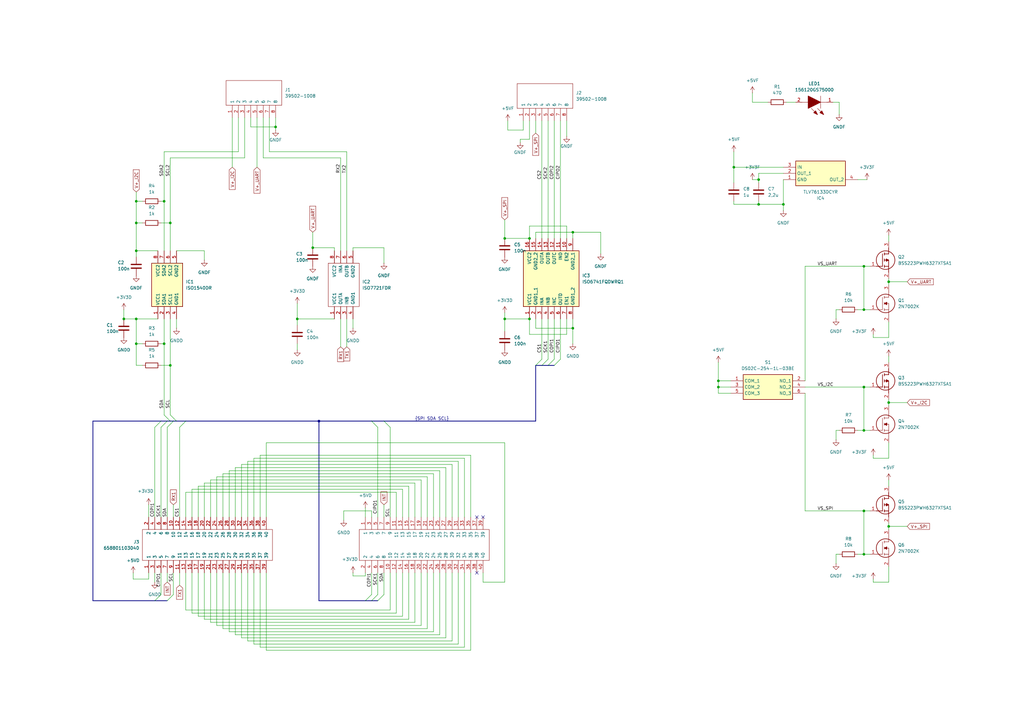
<source format=kicad_sch>
(kicad_sch (version 20250114) (generator "eeschema") (generator_version "9.0")
  (paper "A3")
  (title_block (title "CAN Tram Busmodul") (date "2025-07-24"))
  (bus_alias "SPI" (members "COPI1" "CIPO1" "SCK1" "CS1"))
  (junction (at 354.33 209.55))
  (junction (at 207.01 130.81))
  (junction (at 354.33 176.53))
  (junction (at 121.92 130.81))
  (junction (at 294.64 156.21))
  (junction (at 55.88 82.55))
  (junction (at 234.95 95.25))
  (junction (at 55.88 130.81))
  (junction (at 294.64 158.75))
  (junction (at 67.31 82.55))
  (junction (at 55.88 102.87))
  (junction (at 354.33 127))
  (junction (at 311.15 73.66))
  (junction (at 55.88 91.44))
  (junction (at 321.31 83.82))
  (junction (at 55.88 140.97))
  (junction (at 311.15 83.82))
  (junction (at 130.81 172.72))
  (junction (at 217.17 97.79))
  (junction (at 354.33 158.75))
  (junction (at 113.03 52.07))
  (junction (at 234.95 134.62))
  (junction (at 300.99 68.58))
  (junction (at 69.85 91.44))
  (junction (at 50.8 130.81))
  (junction (at 354.33 109.22))
  (junction (at 364.49 165.1))
  (junction (at 354.33 227.33))
  (junction (at 364.49 215.9))
  (junction (at 67.31 140.97))
  (junction (at 128.27 101.6))
  (junction (at 364.49 115.57))
  (junction (at 207.01 97.79))
  (junction (at 69.85 149.86))
  (junction (at 217.17 130.81))
  (no_connect (at 195.58 212.09))
  (no_connect (at 195.58 234.95))
  (no_connect (at 198.12 212.09))
  (bus_entry (at 222.25 147.32) (size -2.54 2.54))
  (bus_entry (at 227.33 147.32) (size -2.54 2.54))
  (bus_entry (at 69.85 170.18) (size 2.54 2.54))
  (bus_entry (at 73.66 175.26) (size 2.54 -2.54))
  (bus_entry (at 152.4 172.72) (size 2.54 2.54))
  (bus_entry (at 67.31 170.18) (size 2.54 2.54))
  (bus_entry (at 229.87 147.32) (size -2.54 2.54))
  (bus_entry (at 71.12 243.84) (size -2.54 2.54))
  (bus_entry (at 224.79 147.32) (size -2.54 2.54))
  (bus_entry (at 154.94 246.38) (size 2.54 -2.54))
  (bus_entry (at 157.48 172.72) (size 2.54 2.54))
  (bus_entry (at 68.58 175.26) (size 2.54 -2.54))
  (bus_entry (at 66.04 243.84) (size -2.54 2.54))
  (bus_entry (at 63.5 175.26) (size 2.54 -2.54))
  (bus_entry (at 149.86 246.38) (size 2.54 -2.54))
  (bus_entry (at 152.4 246.38) (size 2.54 -2.54))
  (bus_entry (at 66.04 175.26) (size 2.54 -2.54))
  (wire (pts (xy 364.49 215.9) (xy 372.11 215.9)))
  (bus (pts (xy 219.71 149.86) (xy 219.71 172.72)))
  (wire (pts (xy 198.12 238.76) (xy 198.12 234.95)))
  (wire (pts (xy 81.28 199.39) (xy 167.64 199.39)))
  (bus (pts (xy 227.33 149.86) (xy 224.79 149.86)))
  (wire (pts (xy 121.92 124.46) (xy 121.92 130.81)))
  (wire (pts (xy 229.87 130.81) (xy 229.87 147.32)))
  (wire (pts (xy 342.9 180.34) (xy 342.9 176.53)))
  (wire (pts (xy 99.06 234.95) (xy 99.06 261.62)))
  (wire (pts (xy 342.9 130.81) (xy 342.9 127)))
  (wire (pts (xy 99.06 190.5) (xy 185.42 190.5)))
  (wire (pts (xy 86.36 212.09) (xy 86.36 196.85)))
  (wire (pts (xy 219.71 49.53) (xy 219.71 54.61)))
  (wire (pts (xy 88.9 234.95) (xy 88.9 256.54)))
  (wire (pts (xy 55.88 82.55) (xy 55.88 91.44)))
  (wire (pts (xy 300.99 62.23) (xy 300.99 68.58)))
  (wire (pts (xy 67.31 130.81) (xy 67.31 140.97)))
  (wire (pts (xy 121.92 130.81) (xy 121.92 133.35)))
  (wire (pts (xy 96.52 234.95) (xy 96.52 260.35)))
  (wire (pts (xy 113.03 52.07) (xy 113.03 53.34)))
  (wire (pts (xy 86.36 196.85) (xy 172.72 196.85)))
  (wire (pts (xy 354.33 209.55) (xy 354.33 227.33)))
  (wire (pts (xy 308.61 38.1) (xy 308.61 41.91)))
  (wire (pts (xy 342.9 227.33) (xy 344.17 227.33)))
  (wire (pts (xy 71.12 207.01) (xy 71.12 212.09)))
  (wire (pts (xy 330.2 209.55) (xy 354.33 209.55)))
  (wire (pts (xy 217.17 57.15) (xy 217.17 49.53)))
  (wire (pts (xy 341.63 41.91) (xy 344.17 41.91)))
  (wire (pts (xy 55.88 82.55) (xy 58.42 82.55)))
  (wire (pts (xy 121.92 140.97) (xy 121.92 143.51)))
  (wire (pts (xy 104.14 212.09) (xy 104.14 187.96)))
  (wire (pts (xy 144.78 234.95) (xy 144.78 236.22)))
  (wire (pts (xy 73.66 175.26) (xy 73.66 212.09)))
  (wire (pts (xy 207.01 128.27) (xy 207.01 130.81)))
  (wire (pts (xy 113.03 52.07) (xy 113.03 48.26)))
  (wire (pts (xy 190.5 187.96) (xy 190.5 212.09)))
  (wire (pts (xy 167.64 234.95) (xy 167.64 254)))
  (wire (pts (xy 66.04 234.95) (xy 66.04 243.84)))
  (wire (pts (xy 139.7 64.77) (xy 107.95 64.77)))
  (wire (pts (xy 86.36 255.27) (xy 170.18 255.27)))
  (wire (pts (xy 364.49 165.1) (xy 364.49 166.37)))
  (wire (pts (xy 76.2 250.19) (xy 160.02 250.19)))
  (wire (pts (xy 364.49 115.57) (xy 364.49 116.84)))
  (wire (pts (xy 354.33 227.33) (xy 356.87 227.33)))
  (wire (pts (xy 101.6 189.23) (xy 187.96 189.23)))
  (wire (pts (xy 78.74 251.46) (xy 162.56 251.46)))
  (wire (pts (xy 165.1 200.66) (xy 165.1 212.09)))
  (wire (pts (xy 144.78 101.6) (xy 157.48 101.6)))
  (wire (pts (xy 91.44 257.81) (xy 175.26 257.81)))
  (wire (pts (xy 172.72 196.85) (xy 172.72 212.09)))
  (wire (pts (xy 55.88 140.97) (xy 55.88 149.86)))
  (wire (pts (xy 69.85 64.77) (xy 100.33 64.77)))
  (wire (pts (xy 86.36 234.95) (xy 86.36 255.27)))
  (wire (pts (xy 55.88 140.97) (xy 58.42 140.97)))
  (wire (pts (xy 330.2 109.22) (xy 354.33 109.22)))
  (wire (pts (xy 229.87 49.53) (xy 229.87 97.79)))
  (wire (pts (xy 104.14 264.16) (xy 187.96 264.16)))
  (wire (pts (xy 66.04 82.55) (xy 67.31 82.55)))
  (wire (pts (xy 182.88 191.77) (xy 182.88 212.09)))
  (wire (pts (xy 154.94 234.95) (xy 154.94 243.84)))
  (wire (pts (xy 180.34 260.35) (xy 180.34 234.95)))
  (wire (pts (xy 227.33 130.81) (xy 227.33 147.32)))
  (wire (pts (xy 207.01 97.79) (xy 217.17 97.79)))
  (wire (pts (xy 180.34 193.04) (xy 180.34 212.09)))
  (wire (pts (xy 364.49 214.63) (xy 364.49 215.9)))
  (wire (pts (xy 207.01 181.61) (xy 207.01 238.76)))
  (wire (pts (xy 91.44 234.95) (xy 91.44 257.81)))
  (wire (pts (xy 219.71 95.25) (xy 234.95 95.25)))
  (wire (pts (xy 358.14 238.76) (xy 364.49 238.76)))
  (wire (pts (xy 177.8 194.31) (xy 177.8 212.09)))
  (wire (pts (xy 149.86 208.28) (xy 149.86 212.09)))
  (wire (pts (xy 152.4 234.95) (xy 152.4 243.84)))
  (wire (pts (xy 93.98 259.08) (xy 177.8 259.08)))
  (wire (pts (xy 294.64 156.21) (xy 294.64 158.75)))
  (bus (pts (xy 72.39 172.72) (xy 76.2 172.72)))
  (wire (pts (xy 330.2 161.29) (xy 330.2 209.55)))
  (wire (pts (xy 234.95 95.25) (xy 234.95 97.79)))
  (wire (pts (xy 64.77 102.87) (xy 55.88 102.87)))
  (wire (pts (xy 109.22 181.61) (xy 207.01 181.61)))
  (wire (pts (xy 356.87 209.55) (xy 354.33 209.55)))
  (wire (pts (xy 182.88 261.62) (xy 182.88 234.95)))
  (bus (pts (xy 130.81 172.72) (xy 130.81 246.38)))
  (wire (pts (xy 96.52 191.77) (xy 182.88 191.77)))
  (wire (pts (xy 128.27 95.25) (xy 128.27 101.6)))
  (wire (pts (xy 139.7 102.87) (xy 139.7 64.77)))
  (wire (pts (xy 351.79 73.66) (xy 355.6 73.66)))
  (wire (pts (xy 60.96 207.01) (xy 60.96 212.09)))
  (wire (pts (xy 170.18 198.12) (xy 170.18 212.09)))
  (wire (pts (xy 219.71 97.79) (xy 219.71 95.25)))
  (wire (pts (xy 109.22 266.7) (xy 193.04 266.7)))
  (wire (pts (xy 102.87 52.07) (xy 113.03 52.07)))
  (wire (pts (xy 83.82 254) (xy 167.64 254)))
  (wire (pts (xy 60.96 237.49) (xy 54.61 237.49)))
  (wire (pts (xy 207.01 130.81) (xy 217.17 130.81)))
  (wire (pts (xy 354.33 158.75) (xy 354.33 176.53)))
  (wire (pts (xy 217.17 137.16) (xy 217.17 130.81)))
  (bus (pts (xy 76.2 172.72) (xy 130.81 172.72)))
  (wire (pts (xy 222.25 49.53) (xy 222.25 97.79)))
  (wire (pts (xy 232.41 49.53) (xy 232.41 55.88)))
  (wire (pts (xy 55.88 78.74) (xy 55.88 82.55)))
  (wire (pts (xy 190.5 265.43) (xy 190.5 234.95)))
  (wire (pts (xy 300.99 82.55) (xy 300.99 83.82)))
  (wire (pts (xy 354.33 109.22) (xy 354.33 127)))
  (wire (pts (xy 193.04 186.69) (xy 193.04 212.09)))
  (wire (pts (xy 73.66 234.95) (xy 73.66 240.03)))
  (wire (pts (xy 246.38 104.14) (xy 246.38 95.25)))
  (wire (pts (xy 170.18 234.95) (xy 170.18 255.27)))
  (wire (pts (xy 187.96 264.16) (xy 187.96 234.95)))
  (wire (pts (xy 311.15 73.66) (xy 311.15 74.93)))
  (wire (pts (xy 67.31 82.55) (xy 67.31 102.87)))
  (wire (pts (xy 213.36 57.15) (xy 213.36 58.42)))
  (wire (pts (xy 364.49 115.57) (xy 372.11 115.57)))
  (wire (pts (xy 71.12 234.95) (xy 71.12 243.84)))
  (wire (pts (xy 364.49 187.96) (xy 364.49 181.61)))
  (wire (pts (xy 160.02 250.19) (xy 160.02 234.95)))
  (wire (pts (xy 364.49 146.05) (xy 364.49 148.59)))
  (bus (pts (xy 130.81 172.72) (xy 152.4 172.72)))
  (wire (pts (xy 67.31 62.23) (xy 67.31 82.55)))
  (wire (pts (xy 214.63 53.34) (xy 214.63 49.53)))
  (wire (pts (xy 139.7 130.81) (xy 139.7 142.24)))
  (wire (pts (xy 219.71 130.81) (xy 219.71 134.62)))
  (wire (pts (xy 72.39 130.81) (xy 72.39 134.62)))
  (bus (pts (xy 38.1 172.72) (xy 66.04 172.72)))
  (wire (pts (xy 356.87 158.75) (xy 354.33 158.75)))
  (wire (pts (xy 107.95 64.77) (xy 107.95 48.26)))
  (wire (pts (xy 224.79 49.53) (xy 224.79 97.79)))
  (wire (pts (xy 232.41 92.71) (xy 217.17 92.71)))
  (wire (pts (xy 88.9 195.58) (xy 175.26 195.58)))
  (wire (pts (xy 330.2 158.75) (xy 354.33 158.75)))
  (wire (pts (xy 294.64 158.75) (xy 299.72 158.75)))
  (wire (pts (xy 140.97 209.55) (xy 152.4 209.55)))
  (wire (pts (xy 72.39 102.87) (xy 83.82 102.87)))
  (wire (pts (xy 142.24 130.81) (xy 142.24 142.24)))
  (wire (pts (xy 232.41 137.16) (xy 217.17 137.16)))
  (wire (pts (xy 207.01 90.17) (xy 207.01 97.79)))
  (wire (pts (xy 246.38 95.25) (xy 234.95 95.25)))
  (wire (pts (xy 100.33 64.77) (xy 100.33 48.26)))
  (wire (pts (xy 55.88 91.44) (xy 58.42 91.44)))
  (wire (pts (xy 66.04 175.26) (xy 66.04 212.09)))
  (wire (pts (xy 101.6 262.89) (xy 185.42 262.89)))
  (wire (pts (xy 330.2 156.21) (xy 330.2 109.22)))
  (wire (pts (xy 165.1 234.95) (xy 165.1 252.73)))
  (wire (pts (xy 232.41 97.79) (xy 232.41 92.71)))
  (wire (pts (xy 88.9 256.54) (xy 172.72 256.54)))
  (wire (pts (xy 356.87 109.22) (xy 354.33 109.22)))
  (wire (pts (xy 81.28 252.73) (xy 165.1 252.73)))
  (wire (pts (xy 144.78 130.81) (xy 144.78 134.62)))
  (wire (pts (xy 63.5 234.95) (xy 63.5 238.76)))
  (wire (pts (xy 149.86 236.22) (xy 149.86 234.95)))
  (wire (pts (xy 342.9 176.53) (xy 344.17 176.53)))
  (wire (pts (xy 83.82 212.09) (xy 83.82 198.12)))
  (wire (pts (xy 104.14 234.95) (xy 104.14 264.16)))
  (wire (pts (xy 311.15 82.55) (xy 311.15 83.82)))
  (wire (pts (xy 144.78 102.87) (xy 144.78 101.6)))
  (wire (pts (xy 364.49 238.76) (xy 364.49 232.41)))
  (wire (pts (xy 99.06 261.62) (xy 182.88 261.62)))
  (wire (pts (xy 208.28 49.53) (xy 208.28 53.34)))
  (wire (pts (xy 91.44 194.31) (xy 177.8 194.31)))
  (wire (pts (xy 142.24 62.23) (xy 110.49 62.23)))
  (wire (pts (xy 81.28 212.09) (xy 81.28 199.39)))
  (wire (pts (xy 207.01 238.76) (xy 198.12 238.76)))
  (wire (pts (xy 101.6 234.95) (xy 101.6 262.89)))
  (wire (pts (xy 162.56 251.46) (xy 162.56 234.95)))
  (wire (pts (xy 364.49 215.9) (xy 364.49 217.17)))
  (wire (pts (xy 300.99 68.58) (xy 300.99 74.93)))
  (wire (pts (xy 351.79 127) (xy 354.33 127)))
  (wire (pts (xy 60.96 234.95) (xy 60.96 237.49)))
  (bus (pts (xy 224.79 149.86) (xy 222.25 149.86)))
  (wire (pts (xy 64.77 130.81) (xy 55.88 130.81)))
  (wire (pts (xy 106.68 186.69) (xy 106.68 212.09)))
  (wire (pts (xy 354.33 127) (xy 356.87 127)))
  (wire (pts (xy 234.95 134.62) (xy 234.95 140.97)))
  (wire (pts (xy 364.49 165.1) (xy 372.11 165.1)))
  (wire (pts (xy 219.71 134.62) (xy 234.95 134.62)))
  (wire (pts (xy 142.24 102.87) (xy 142.24 62.23)))
  (wire (pts (xy 95.25 48.26) (xy 95.25 68.58)))
  (wire (pts (xy 106.68 234.95) (xy 106.68 265.43)))
  (wire (pts (xy 217.17 92.71) (xy 217.17 97.79)))
  (wire (pts (xy 358.14 138.43) (xy 364.49 138.43)))
  (wire (pts (xy 55.88 102.87) (xy 55.88 105.41)))
  (wire (pts (xy 342.9 231.14) (xy 342.9 227.33)))
  (wire (pts (xy 99.06 212.09) (xy 99.06 190.5)))
  (wire (pts (xy 78.74 234.95) (xy 78.74 251.46)))
  (wire (pts (xy 83.82 102.87) (xy 83.82 106.68)))
  (wire (pts (xy 321.31 83.82) (xy 311.15 83.82)))
  (wire (pts (xy 232.41 130.81) (xy 232.41 137.16)))
  (wire (pts (xy 157.48 234.95) (xy 157.48 243.84)))
  (wire (pts (xy 351.79 176.53) (xy 354.33 176.53)))
  (wire (pts (xy 294.64 158.75) (xy 294.64 161.29)))
  (wire (pts (xy 175.26 195.58) (xy 175.26 212.09)))
  (bus (pts (xy 149.86 246.38) (xy 152.4 246.38)))
  (bus (pts (xy 63.5 246.38) (xy 38.1 246.38)))
  (bus (pts (xy 38.1 246.38) (xy 38.1 172.72)))
  (wire (pts (xy 157.48 207.01) (xy 157.48 212.09)))
  (wire (pts (xy 102.87 48.26) (xy 102.87 52.07)))
  (wire (pts (xy 311.15 71.12) (xy 311.15 73.66)))
  (wire (pts (xy 351.79 227.33) (xy 354.33 227.33)))
  (wire (pts (xy 208.28 53.34) (xy 214.63 53.34)))
  (wire (pts (xy 227.33 49.53) (xy 227.33 97.79)))
  (wire (pts (xy 96.52 260.35) (xy 180.34 260.35)))
  (wire (pts (xy 128.27 101.6) (xy 137.16 101.6)))
  (wire (pts (xy 83.82 234.95) (xy 83.82 254)))
  (wire (pts (xy 55.88 130.81) (xy 55.88 140.97)))
  (wire (pts (xy 364.49 163.83) (xy 364.49 165.1)))
  (wire (pts (xy 358.14 237.49) (xy 358.14 238.76)))
  (wire (pts (xy 93.98 234.95) (xy 93.98 259.08)))
  (wire (pts (xy 121.92 130.81) (xy 137.16 130.81)))
  (wire (pts (xy 68.58 234.95) (xy 68.58 238.76)))
  (wire (pts (xy 167.64 199.39) (xy 167.64 212.09)))
  (bus (pts (xy 63.5 246.38) (xy 68.58 246.38)))
  (wire (pts (xy 97.79 62.23) (xy 97.79 48.26)))
  (wire (pts (xy 93.98 193.04) (xy 180.34 193.04)))
  (wire (pts (xy 207.01 135.89) (xy 207.01 130.81)))
  (wire (pts (xy 308.61 73.66) (xy 311.15 73.66)))
  (wire (pts (xy 224.79 130.81) (xy 224.79 147.32)))
  (wire (pts (xy 222.25 130.81) (xy 222.25 147.32)))
  (wire (pts (xy 294.64 161.29) (xy 299.72 161.29)))
  (wire (pts (xy 177.8 234.95) (xy 177.8 259.08)))
  (wire (pts (xy 358.14 137.16) (xy 358.14 138.43)))
  (wire (pts (xy 83.82 198.12) (xy 170.18 198.12)))
  (wire (pts (xy 81.28 234.95) (xy 81.28 252.73)))
  (wire (pts (xy 88.9 212.09) (xy 88.9 195.58)))
  (wire (pts (xy 76.2 201.93) (xy 162.56 201.93)))
  (wire (pts (xy 342.9 127) (xy 344.17 127)))
  (wire (pts (xy 185.42 190.5) (xy 185.42 212.09)))
  (bus (pts (xy 157.48 172.72) (xy 219.71 172.72)))
  (bus (pts (xy 152.4 246.38) (xy 154.94 246.38)))
  (bus (pts (xy 152.4 172.72) (xy 157.48 172.72)))
  (wire (pts (xy 63.5 175.26) (xy 63.5 212.09)))
  (bus (pts (xy 130.81 246.38) (xy 149.86 246.38)))
  (wire (pts (xy 358.14 187.96) (xy 364.49 187.96)))
  (wire (pts (xy 193.04 266.7) (xy 193.04 234.95)))
  (wire (pts (xy 140.97 213.36) (xy 140.97 209.55)))
  (wire (pts (xy 321.31 73.66) (xy 321.31 83.82)))
  (wire (pts (xy 50.8 127) (xy 50.8 130.81)))
  (bus (pts (xy 69.85 172.72) (xy 71.12 172.72)))
  (bus (pts (xy 71.12 172.72) (xy 72.39 172.72)))
  (wire (pts (xy 106.68 186.69) (xy 193.04 186.69)))
  (wire (pts (xy 234.95 130.81) (xy 234.95 134.62)))
  (wire (pts (xy 187.96 189.23) (xy 187.96 212.09)))
  (wire (pts (xy 344.17 41.91) (xy 344.17 46.99)))
  (wire (pts (xy 69.85 149.86) (xy 69.85 170.18)))
  (wire (pts (xy 109.22 212.09) (xy 109.22 181.61)))
  (wire (pts (xy 321.31 86.36) (xy 321.31 83.82)))
  (wire (pts (xy 364.49 196.85) (xy 364.49 199.39)))
  (wire (pts (xy 76.2 201.93) (xy 76.2 212.09)))
  (wire (pts (xy 162.56 212.09) (xy 162.56 201.93)))
  (wire (pts (xy 69.85 130.81) (xy 69.85 149.86)))
  (wire (pts (xy 364.49 114.3) (xy 364.49 115.57)))
  (wire (pts (xy 67.31 62.23) (xy 97.79 62.23)))
  (wire (pts (xy 104.14 187.96) (xy 190.5 187.96)))
  (wire (pts (xy 69.85 64.77) (xy 69.85 91.44)))
  (wire (pts (xy 322.58 41.91) (xy 326.39 41.91)))
  (wire (pts (xy 308.61 41.91) (xy 314.96 41.91)))
  (bus (pts (xy 222.25 149.86) (xy 219.71 149.86)))
  (wire (pts (xy 69.85 91.44) (xy 69.85 102.87)))
  (wire (pts (xy 175.26 234.95) (xy 175.26 257.81)))
  (wire (pts (xy 294.64 148.59) (xy 294.64 156.21)))
  (wire (pts (xy 106.68 265.43) (xy 190.5 265.43)))
  (wire (pts (xy 54.61 234.95) (xy 54.61 237.49)))
  (bus (pts (xy 68.58 172.72) (xy 69.85 172.72)))
  (wire (pts (xy 67.31 140.97) (xy 67.31 170.18)))
  (wire (pts (xy 157.48 101.6) (xy 157.48 107.95)))
  (wire (pts (xy 354.33 176.53) (xy 356.87 176.53)))
  (wire (pts (xy 78.74 212.09) (xy 78.74 200.66)))
  (wire (pts (xy 364.49 138.43) (xy 364.49 132.08)))
  (wire (pts (xy 358.14 186.69) (xy 358.14 187.96)))
  (wire (pts (xy 321.31 71.12) (xy 311.15 71.12)))
  (wire (pts (xy 185.42 262.89) (xy 185.42 234.95)))
  (wire (pts (xy 93.98 212.09) (xy 93.98 193.04)))
  (wire (pts (xy 109.22 234.95) (xy 109.22 266.7)))
  (wire (pts (xy 300.99 83.82) (xy 311.15 83.82)))
  (wire (pts (xy 55.88 149.86) (xy 58.42 149.86)))
  (wire (pts (xy 91.44 212.09) (xy 91.44 194.31)))
  (wire (pts (xy 66.04 91.44) (xy 69.85 91.44)))
  (wire (pts (xy 152.4 209.55) (xy 152.4 212.09)))
  (wire (pts (xy 50.8 130.81) (xy 55.88 130.81)))
  (wire (pts (xy 96.52 212.09) (xy 96.52 191.77)))
  (wire (pts (xy 101.6 212.09) (xy 101.6 189.23)))
  (wire (pts (xy 160.02 175.26) (xy 160.02 212.09)))
  (wire (pts (xy 78.74 200.66) (xy 165.1 200.66)))
  (bus (pts (xy 66.04 172.72) (xy 68.58 172.72)))
  (wire (pts (xy 300.99 68.58) (xy 321.31 68.58)))
  (wire (pts (xy 137.16 101.6) (xy 137.16 102.87)))
  (wire (pts (xy 66.04 149.86) (xy 69.85 149.86)))
  (wire (pts (xy 105.41 48.26) (xy 105.41 68.58)))
  (wire (pts (xy 294.64 156.21) (xy 299.72 156.21)))
  (wire (pts (xy 66.04 140.97) (xy 67.31 140.97)))
  (wire (pts (xy 110.49 62.23) (xy 110.49 48.26)))
  (wire (pts (xy 55.88 91.44) (xy 55.88 102.87)))
  (wire (pts (xy 213.36 57.15) (xy 217.17 57.15)))
  (wire (pts (xy 68.58 175.26) (xy 68.58 212.09)))
  (wire (pts (xy 76.2 234.95) (xy 76.2 250.19)))
  (wire (pts (xy 144.78 236.22) (xy 149.86 236.22)))
  (wire (pts (xy 364.49 96.52) (xy 364.49 99.06)))
  (wire (pts (xy 172.72 256.54) (xy 172.72 234.95)))
  (wire (pts (xy 154.94 175.26) (xy 154.94 212.09)))
  (label "SCL" (at 71.12 234.95 270))
  (label "SCL" (at 69.85 163.83 270))
  (label "TX2" (at 142.24 71.12 90))
  (label "CS1" (at 73.66 212.09 90))
  (label "{SPI SDA SCL}" (at 170.18 172.72 0))
  (label "COPI1" (at 63.5 212.09 90))
  (label "CS1" (at 222.25 144.78 90))
  (label "COPI2" (at 227.33 73.66 90))
  (label "SCK2" (at 224.79 73.66 90))
  (label "SDA2" (at 67.31 72.39 90))
  (label "VS_I2C" (at 335.28 158.75 0))
  (label "SCL" (at 160.02 212.09 90))
  (label "CIPO1" (at 154.94 210.82 90))
  (label "SDA" (at 157.48 234.95 270))
  (label "COPI1" (at 227.33 144.78 90))
  (label "CIPO2" (at 229.87 73.66 90))
  (label "COPI1" (at 152.4 234.95 270))
  (label "RX2" (at 139.7 71.12 90))
  (label "SCL2" (at 69.85 72.39 90))
  (label "CS2" (at 222.25 73.66 90))
  (label "SCK1" (at 66.04 212.09 90))
  (label "CIPO1" (at 229.87 144.78 90))
  (label "VS_SPI" (at 335.28 209.55 0))
  (label "CIPO1" (at 66.04 234.95 270))
  (label "SDA" (at 67.31 167.64 90))
  (label "VS_UART" (at 335.28 109.22 0))
  (label "SCK1" (at 154.94 234.95 270))
  (label "SCK1" (at 224.79 144.78 90))
  (label "SDA" (at 68.58 212.09 90))
  (global_label "V+_UART" (shape input) (at 105.41 68.58 270) (property "Intersheetrefs" "${INTERSHEET_REFS}" (effects (hide yes))))
  (global_label "V+_I2C" (shape input) (at 95.25 68.58 270) (property "Intersheetrefs" "${INTERSHEET_REFS}" (effects (hide yes))))
  (global_label "INT" (shape input) (at 157.48 207.01 90) (property "Intersheetrefs" "${INTERSHEET_REFS}" (effects (hide yes))))
  (global_label "V+_I2C" (shape input) (at 372.11 165.1 0) (property "Intersheetrefs" "${INTERSHEET_REFS}" (effects (hide yes))))
  (global_label "V+_SPI" (shape input) (at 372.11 215.9 0) (property "Intersheetrefs" "${INTERSHEET_REFS}" (effects (hide yes))))
  (global_label "V+_SPI" (shape input) (at 219.71 54.61 270) (property "Intersheetrefs" "${INTERSHEET_REFS}" (effects (hide yes))))
  (global_label "TX1" (shape input) (at 73.66 240.03 270) (property "Intersheetrefs" "${INTERSHEET_REFS}" (effects (hide yes))))
  (global_label "RX1" (shape input) (at 139.7 142.24 270) (property "Intersheetrefs" "${INTERSHEET_REFS}" (effects (hide yes))))
  (global_label "RX1" (shape input) (at 71.12 207.01 90) (property "Intersheetrefs" "${INTERSHEET_REFS}" (effects (hide yes))))
  (global_label "V+_UART" (shape input) (at 372.11 115.57 0) (property "Intersheetrefs" "${INTERSHEET_REFS}" (effects (hide yes))))
  (global_label "V+_UART" (shape input) (at 128.27 95.25 90) (property "Intersheetrefs" "${INTERSHEET_REFS}" (effects (hide yes))))
  (global_label "TX1" (shape input) (at 142.24 142.24 270) (property "Intersheetrefs" "${INTERSHEET_REFS}" (effects (hide yes))))
  (global_label "V+_I2C" (shape input) (at 55.88 78.74 90) (property "Intersheetrefs" "${INTERSHEET_REFS}" (effects (hide yes))))
  (global_label "V+_SPI" (shape input) (at 207.01 90.17 90) (property "Intersheetrefs" "${INTERSHEET_REFS}" (effects (hide yes))))
  (global_label "INT" (shape input) (at 68.58 238.76 270) (property "Intersheetrefs" "${INTERSHEET_REFS}" (effects (hide yes))))
  (symbol (lib_id "power:GND") (at 232.41 55.88 0) (unit 1)
    (property "Reference" "#PWR030" (effects (hide yes)))
    (property "Value" "GNDF" (at 232.41 59.944 0))
    (property "Description" "Power symbol creates a global label with name \"GND\" , ground" (effects (hide yes)))
  )
  (symbol (lib_id "Device:C") (at 300.99 78.74 0) (unit 1)
    (property "Reference" "C8" (at 304.8 77.4699 0) (effects (justify left)))
    (property "Value" "1u" (at 304.8 80.0099 0) (effects (justify left)))
    (property "Footprint" "Capacitor_SMD:C_1206_3216Metric" (effects (hide yes)))
    (property "Description" "Unpolarized capacitor" (effects (hide yes)))
  )
  (symbol (lib_id "power:GND") (at 128.27 109.22 0) (unit 1)
    (property "Reference" "#PWR07" (effects (hide yes)))
    (property "Value" "GNDF" (at 128.27 114.3 0))
    (property "Description" "Power symbol creates a global label with name \"GND\" , ground" (effects (hide yes)))
  )
  (symbol (lib_id "power:+5V") (at 149.86 208.28 0) (unit 1)
    (property "Reference" "#PWR027" (effects (hide yes)))
    (property "Value" "+5VD" (at 149.86 203.2 0))
    (property "Description" "Power symbol creates a global label with name \"+5V\"" (effects (hide yes)))
  )
  (symbol (lib_id "Device:C") (at 50.8 134.62 0) (unit 1)
    (property "Reference" "C1" (at 43.688 133.35 0) (effects (justify left)))
    (property "Value" "100n" (at 43.688 135.89 0) (effects (justify left)))
    (property "Footprint" "Capacitor_SMD:C_1206_3216Metric" (effects (hide yes)))
    (property "Description" "Unpolarized capacitor" (effects (hide yes)))
  )
  (symbol (lib_id "Device:R") (at 62.23 149.86 90) (unit 1)
    (property "Reference" "R5" (at 62.23 143.51 90))
    (property "Value" "1k" (at 62.23 146.05 90))
    (property "Footprint" "Resistor_SMD:R_1206_3216Metric" (effects (hide yes)))
    (property "Description" "Resistor" (effects (hide yes)))
  )
  (symbol (lib_id "Device:R") (at 347.98 127 90) (unit 1)
    (property "Reference" "R6" (at 347.98 120.65 90))
    (property "Value" "10k" (at 347.98 123.19 90))
    (property "Footprint" "Resistor_SMD:R_1206_3216Metric" (effects (hide yes)))
    (property "Description" "Resistor" (effects (hide yes)))
  )
  (symbol (lib_id "SamacSys_Parts:BSS223PWH6327XTSA1") (at 356.87 209.55 0) (unit 1)
    (property "Reference" "Q5" (at 368.3 205.7399 0) (effects (justify left)))
    (property "Value" "BSS223PWH6327XTSA1" (at 368.3 208.2799 0) (effects (justify left)))
    (property "Footprint" "SOT65P210X100-3N" (effects (hide yes)))
    (property "Datasheet" "https://componentsearchengine.com/Datasheets/2/BSS223PWH6327XTSA1.pdf" (effects (hide yes)))
    (property "Description" "Infineon BSS223PWH6327XTSA1 P-channel MOSFET Transistor, 0.31 A, -20 V, 3-Pin SOT-323" (effects (hide yes)))
    (property "Height" "1" (effects (hide yes)))
    (property "Mouser Part Number" "726-BSS223PWH6327XTS" (effects (hide yes)))
    (property "Mouser Price/Stock" "https://www.mouser.co.uk/ProductDetail/Infineon-Technologies/BSS223PWH6327XTSA1?qs=Dj8dEyEphkMhtpM4HseAjA%3D%3D" (effects (hide yes)))
    (property "Manufacturer_Name" "Infineon" (effects (hide yes)))
    (property "Manufacturer_Part_Number" "BSS223PWH6327XTSA1" (effects (hide yes)))
  )
  (symbol (lib_id "power:GND") (at 113.03 53.34 0) (unit 1)
    (property "Reference" "#PWR015" (effects (hide yes)))
    (property "Value" "GNDF" (at 113.03 57.404 0))
    (property "Description" "Power symbol creates a global label with name \"GND\" , ground" (effects (hide yes)))
  )
  (symbol (lib_id "SamacSys_Parts:39502-1008") (at 214.63 49.53 90) (unit 1)
    (property "Reference" "J2" (at 236.22 38.0999 90) (effects (justify right)))
    (property "Value" "39502-1008" (at 236.22 40.6399 90) (effects (justify right)))
    (property "Footprint" "SamacSys_Parts:SHDRRA8W80P0X350_1X8_2940X920X690P" (effects (hide yes)))
    (property "Description" "Pluggable Terminal Blocks 3.5MM HOR PCB HDR 8 CIRCUITS" (effects (hide yes)))
    (property "Description_1" "Pluggable Terminal Blocks 3.5MM HOR PCB HDR 8 CIRCUITS" (effects (hide yes)))
    (property "Height" "6.9" (effects (hide yes)))
    (property "Mouser Part Number" "538-39502-1008" (effects (hide yes)))
    (property "Mouser Price/Stock" "https://www.mouser.co.uk/ProductDetail/Molex/39502-1008?qs=AvZeECrkU9PsYQGkUibK%2Fg%3D%3D" (effects (hide yes)))
    (property "Manufacturer_Name" "Molex" (effects (hide yes)))
    (property "Manufacturer_Part_Number" "39502-1008" (effects (hide yes)))
  )
  (symbol (lib_id "Device:C") (at 207.01 139.7 0) (unit 1)
    (property "Reference" "C6" (at 210.82 138.4299 0) (effects (justify left)))
    (property "Value" "100n" (at 210.82 140.9699 0) (effects (justify left)))
    (property "Footprint" "Capacitor_SMD:C_1206_3216Metric" (effects (hide yes)))
    (property "Description" "Unpolarized capacitor" (effects (hide yes)))
  )
  (symbol (lib_id "Device:C") (at 121.92 137.16 180) (unit 1)
    (property "Reference" "C4" (at 125.73 135.8899 0) (effects (justify right)))
    (property "Value" "100n" (at 125.73 138.4299 0) (effects (justify right)))
    (property "Footprint" "Capacitor_SMD:C_1206_3216Metric" (effects (hide yes)))
    (property "Description" "Unpolarized capacitor" (effects (hide yes)))
  )
  (symbol (lib_id "power:+5V") (at 358.14 237.49 0) (unit 1)
    (property "Reference" "#PWR040" (effects (hide yes)))
    (property "Value" "+3V3F" (at 355.6 236.2199 0) (effects (justify right)))
    (property "Description" "Power symbol creates a global label with name \"+5V\"" (effects (hide yes)))
  )
  (symbol (lib_id "power:GND") (at 344.17 46.99 0) (unit 1)
    (property "Reference" "#PWR014" (effects (hide yes)))
    (property "Value" "GNDF" (at 344.17 52.07 0))
    (property "Description" "Power symbol creates a global label with name \"GND\" , ground" (effects (hide yes)))
  )
  (symbol (lib_id "power:GND") (at 157.48 107.95 0) (unit 1)
    (property "Reference" "#PWR08" (effects (hide yes)))
    (property "Value" "GNDF" (at 157.48 113.03 0))
    (property "Description" "Power symbol creates a global label with name \"GND\" , ground" (effects (hide yes)))
  )
  (symbol (lib_id "power:+5V") (at 54.61 234.95 0) (unit 1)
    (property "Reference" "#PWR023" (effects (hide yes)))
    (property "Value" "+5VD" (at 54.61 229.87 0))
    (property "Description" "Power symbol creates a global label with name \"+5V\"" (effects (hide yes)))
  )
  (symbol (lib_id "power:+5V") (at 144.78 234.95 0) (unit 1)
    (property "Reference" "#PWR028" (effects (hide yes)))
    (property "Value" "+3V3D" (at 143.51 229.362 0))
    (property "Description" "Power symbol creates a global label with name \"+5V\"" (effects (hide yes)))
  )
  (symbol (lib_id "power:GND") (at 246.38 104.14 0) (unit 1)
    (property "Reference" "#PWR012" (effects (hide yes)))
    (property "Value" "GNDF" (at 246.38 109.22 0))
    (property "Description" "Power symbol creates a global label with name \"GND\" , ground" (effects (hide yes)))
  )
  (symbol (lib_id "Device:R") (at 318.77 41.91 90) (unit 1)
    (property "Reference" "R1" (at 318.77 35.56 90))
    (property "Value" "470" (at 318.77 38.1 90))
    (property "Footprint" "Resistor_SMD:R_1206_3216Metric" (effects (hide yes)))
    (property "Description" "Resistor" (effects (hide yes)))
  )
  (symbol (lib_id "power:GND") (at 213.36 58.42 0) (unit 1)
    (property "Reference" "#PWR016" (effects (hide yes)))
    (property "Value" "GNDF" (at 213.36 62.484 0))
    (property "Description" "Power symbol creates a global label with name \"GND\" , ground" (effects (hide yes)))
  )
  (symbol (lib_id "power:GND") (at 63.5 238.76 0) (unit 1)
    (property "Reference" "#PWR021" (effects (hide yes)))
    (property "Value" "GNDD" (at 63.5 243.84 0))
    (property "Description" "Power symbol creates a global label with name \"GND\" , ground" (effects (hide yes)))
  )
  (symbol (lib_id "power:GND") (at 140.97 213.36 0) (unit 1)
    (property "Reference" "#PWR029" (effects (hide yes)))
    (property "Value" "GNDD" (at 140.97 218.44 0))
    (property "Description" "Power symbol creates a global label with name \"GND\" , ground" (effects (hide yes)))
  )
  (symbol (lib_id "power:GND") (at 342.9 130.81 0) (unit 1)
    (property "Reference" "#PWR033" (effects (hide yes)))
    (property "Value" "GNDF" (at 342.9 135.89 0))
    (property "Description" "Power symbol creates a global label with name \"GND\" , ground" (effects (hide yes)))
  )
  (symbol (lib_id "power:+5V") (at 121.92 124.46 0) (unit 1)
    (property "Reference" "#PWR025" (effects (hide yes)))
    (property "Value" "+3V3D" (at 121.92 119.38 0))
    (property "Description" "Power symbol creates a global label with name \"+5V\"" (effects (hide yes)))
  )
  (symbol (lib_id "power:+5V") (at 358.14 186.69 0) (unit 1)
    (property "Reference" "#PWR037" (effects (hide yes)))
    (property "Value" "+3V3F" (at 355.6 185.4199 0) (effects (justify right)))
    (property "Description" "Power symbol creates a global label with name \"+5V\"" (effects (hide yes)))
  )
  (symbol (lib_id "power:GND") (at 72.39 134.62 0) (unit 1)
    (property "Reference" "#PWR04" (effects (hide yes)))
    (property "Value" "GNDD" (at 72.39 139.7 0))
    (property "Description" "Power symbol creates a global label with name \"GND\" , ground" (effects (hide yes)))
  )
  (symbol (lib_id "SamacSys_Parts:BSS223PWH6327XTSA1") (at 356.87 109.22 0) (unit 1)
    (property "Reference" "Q2" (at 368.3 105.4099 0) (effects (justify left)))
    (property "Value" "BSS223PWH6327XTSA1" (at 368.3 107.9499 0) (effects (justify left)))
    (property "Footprint" "SOT65P210X100-3N" (effects (hide yes)))
    (property "Datasheet" "https://componentsearchengine.com/Datasheets/2/BSS223PWH6327XTSA1.pdf" (effects (hide yes)))
    (property "Description" "Infineon BSS223PWH6327XTSA1 P-channel MOSFET Transistor, 0.31 A, -20 V, 3-Pin SOT-323" (effects (hide yes)))
    (property "Height" "1" (effects (hide yes)))
    (property "Mouser Part Number" "726-BSS223PWH6327XTS" (effects (hide yes)))
    (property "Mouser Price/Stock" "https://www.mouser.co.uk/ProductDetail/Infineon-Technologies/BSS223PWH6327XTSA1?qs=Dj8dEyEphkMhtpM4HseAjA%3D%3D" (effects (hide yes)))
    (property "Manufacturer_Name" "Infineon" (effects (hide yes)))
    (property "Manufacturer_Part_Number" "BSS223PWH6327XTSA1" (effects (hide yes)))
  )
  (symbol (lib_id "power:+5V") (at 355.6 73.66 0) (unit 1)
    (property "Reference" "#PWR031" (effects (hide yes)))
    (property "Value" "+3V3F" (at 355.6 68.58 0))
    (property "Description" "Power symbol creates a global label with name \"+5V\"" (effects (hide yes)))
  )
  (symbol (lib_id "SamacSys_Parts:DS02C-254-1L-03BE") (at 299.72 156.21 0) (unit 1)
    (property "Reference" "S1" (at 314.96 148.59 0))
    (property "Value" "DS02C-254-1L-03BE" (at 314.96 151.13 0))
    (property "Footprint" "DS02C2541L03BE" (effects (hide yes)))
    (property "Datasheet" "https://www.sameskydevices.com/product/resource/ds02-254.pdf" (effects (hide yes)))
    (property "Description" "3 Position, Through Hole, 2.54 mm Pitch, Raised Piano Slide Actuator, Convex Bottom, Long Pin, DIP Switch" (effects (hide yes)))
    (property "Height" "9.9" (effects (hide yes)))
    (property "Mouser Part Number" "490-DS02C-254-1L03BE" (effects (hide yes)))
    (property "Mouser Price/Stock" "https://www.mouser.co.uk/ProductDetail/Same-Sky/DS02C-254-1L-03BE?qs=wnTfsH77Xs4jkggh8giIBw%3D%3D" (effects (hide yes)))
    (property "Manufacturer_Name" "Same Sky" (effects (hide yes)))
    (property "Manufacturer_Part_Number" "DS02C-254-1L-03BE" (effects (hide yes)))
  )
  (symbol (lib_id "Device:C") (at 55.88 109.22 180) (unit 1)
    (property "Reference" "C2" (at 48.26 107.696 0) (effects (justify right)))
    (property "Value" "100n" (at 48.26 110.236 0) (effects (justify right)))
    (property "Footprint" "Capacitor_SMD:C_1206_3216Metric" (effects (hide yes)))
    (property "Description" "Unpolarized capacitor" (effects (hide yes)))
  )
  (symbol (lib_id "Device:R") (at 347.98 176.53 90) (unit 1)
    (property "Reference" "R7" (at 347.98 170.18 90))
    (property "Value" "10k" (at 347.98 172.72 90))
    (property "Footprint" "Resistor_SMD:R_1206_3216Metric" (effects (hide yes)))
    (property "Description" "Resistor" (effects (hide yes)))
  )
  (symbol (lib_id "power:+5V") (at 50.8 127 0) (unit 1)
    (property "Reference" "#PWR024" (effects (hide yes)))
    (property "Value" "+3V3D" (at 50.8 121.92 0))
    (property "Description" "Power symbol creates a global label with name \"+5V\"" (effects (hide yes)))
  )
  (symbol (lib_id "SamacSys_Parts:2N7002K") (at 356.87 127 0) (unit 1)
    (property "Reference" "Q1" (at 368.3 123.1899 0) (effects (justify left)))
    (property "Value" "2N7002K" (at 368.3 125.7299 0) (effects (justify left)))
    (property "Footprint" "SOT95P240X120-3N" (effects (hide yes)))
    (property "Datasheet" "https://www.onsemi.com/pub/Collateral/2N7002K-FSC-D.PDF" (effects (hide yes)))
    (property "Description" "Low RDS(on); Surface Mount Package; This is a Pb-Free Device; ESD Protected; RoHS Compliant" (effects (hide yes)))
    (property "Description_1" "Low RDS(on); Surface Mount Package; This is a Pb-Free Device; ESD Protected; RoHS Compliant" (effects (hide yes)))
    (property "Height" "1.2" (effects (hide yes)))
    (property "Mouser Part Number" "512-2N7002K" (effects (hide yes)))
    (property "Mouser Price/Stock" "https://www.mouser.co.uk/ProductDetail/onsemi-Fairchild/2N7002K?qs=iS%252BvaFGfLorx0keKeEIrfg%3D%3D" (effects (hide yes)))
    (property "Manufacturer_Name" "onsemi" (effects (hide yes)))
    (property "Manufacturer_Part_Number" "2N7002K" (effects (hide yes)))
  )
  (symbol (lib_id "power:+5V") (at 207.01 128.27 0) (unit 1)
    (property "Reference" "#PWR026" (effects (hide yes)))
    (property "Value" "+3V3D" (at 207.01 123.19 0))
    (property "Description" "Power symbol creates a global label with name \"+5V\"" (effects (hide yes)))
  )
  (symbol (lib_id "Device:C") (at 128.27 105.41 0) (unit 1)
    (property "Reference" "C3" (at 121.412 104.14 0) (effects (justify left)))
    (property "Value" "100n" (at 121.412 106.68 0) (effects (justify left)))
    (property "Footprint" "Capacitor_SMD:C_1206_3216Metric" (effects (hide yes)))
    (property "Description" "Unpolarized capacitor" (effects (hide yes)))
  )
  (symbol (lib_id "Device:R") (at 62.23 82.55 90) (unit 1)
    (property "Reference" "R4" (at 62.23 76.2 90))
    (property "Value" "1k" (at 62.23 78.74 90))
    (property "Footprint" "Resistor_SMD:R_1206_3216Metric" (effects (hide yes)))
    (property "Description" "Resistor" (effects (hide yes)))
  )
  (symbol (lib_id "SamacSys_Parts:658855603040") (at 149.86 234.95 90) (unit 1)
    (property "Reference" "J4" (effects (hide yes)))
    (property "Value" "658855603040" (effects (hide yes)))
    (property "Footprint" "SamacSys_Parts:658855603040" (effects (hide yes)))
    (property "Datasheet" "https://www.we-online.com/components/products/datasheet/658855603040.pdf" (effects (hide yes)))
    (property "Description" "40 Position Connector Plug, Center Strip Contacts Surface Mount Gold" (effects (hide yes)))
    (property "Description_1" "40 Position Connector Plug, Center Strip Contacts Surface Mount Gold" (effects (hide yes)))
    (property "Height" "6.18" (effects (hide yes)))
    (property "Mouser Part Number" "710-658855603040" (effects (hide yes)))
    (property "Mouser Price/Stock" "https://www.mouser.co.uk/ProductDetail/Wurth-Elektronik/658855603040?qs=YCa%2FAAYMW02e2zQIiujXjQ%3D%3D" (effects (hide yes)))
    (property "Manufacturer_Name" "Wurth Elektronik" (effects (hide yes)))
    (property "Manufacturer_Part_Number" "658855603040" (effects (hide yes)))
  )
  (symbol (lib_id "SamacSys_Parts:2N7002K") (at 356.87 176.53 0) (unit 1)
    (property "Reference" "Q4" (at 368.3 172.7199 0) (effects (justify left)))
    (property "Value" "2N7002K" (at 368.3 175.2599 0) (effects (justify left)))
    (property "Footprint" "SOT95P240X120-3N" (effects (hide yes)))
    (property "Datasheet" "https://www.onsemi.com/pub/Collateral/2N7002K-FSC-D.PDF" (effects (hide yes)))
    (property "Description" "Low RDS(on); Surface Mount Package; This is a Pb-Free Device; ESD Protected; RoHS Compliant" (effects (hide yes)))
    (property "Description_1" "Low RDS(on); Surface Mount Package; This is a Pb-Free Device; ESD Protected; RoHS Compliant" (effects (hide yes)))
    (property "Height" "1.2" (effects (hide yes)))
    (property "Mouser Part Number" "512-2N7002K" (effects (hide yes)))
    (property "Mouser Price/Stock" "https://www.mouser.co.uk/ProductDetail/onsemi-Fairchild/2N7002K?qs=iS%252BvaFGfLorx0keKeEIrfg%3D%3D" (effects (hide yes)))
    (property "Manufacturer_Name" "onsemi" (effects (hide yes)))
    (property "Manufacturer_Part_Number" "2N7002K" (effects (hide yes)))
  )
  (symbol (lib_id "power:GND") (at 144.78 134.62 0) (unit 1)
    (property "Reference" "#PWR05" (effects (hide yes)))
    (property "Value" "GNDD" (at 144.78 139.7 0))
    (property "Description" "Power symbol creates a global label with name \"GND\" , ground" (effects (hide yes)))
  )
  (symbol (lib_id "power:GND") (at 234.95 140.97 0) (unit 1)
    (property "Reference" "#PWR010" (effects (hide yes)))
    (property "Value" "GNDD" (at 234.95 146.05 0))
    (property "Description" "Power symbol creates a global label with name \"GND\" , ground" (effects (hide yes)))
  )
  (symbol (lib_id "power:+5V") (at 300.99 62.23 0) (unit 1)
    (property "Reference" "#PWR019" (effects (hide yes)))
    (property "Value" "+5VF" (at 300.99 57.15 0))
    (property "Description" "Power symbol creates a global label with name \"+5V\"" (effects (hide yes)))
  )
  (symbol (lib_id "power:GND") (at 83.82 106.68 0) (unit 1)
    (property "Reference" "#PWR02" (effects (hide yes)))
    (property "Value" "GNDF" (at 83.82 111.76 0))
    (property "Description" "Power symbol creates a global label with name \"GND\" , ground" (effects (hide yes)))
  )
  (symbol (lib_id "power:+5V") (at 308.61 38.1 0) (unit 1)
    (property "Reference" "#PWR018" (effects (hide yes)))
    (property "Value" "+5VF" (at 308.61 33.02 0))
    (property "Description" "Power symbol creates a global label with name \"+5V\"" (effects (hide yes)))
  )
  (symbol (lib_id "power:GND") (at 207.01 105.41 0) (unit 1)
    (property "Reference" "#PWR011" (effects (hide yes)))
    (property "Value" "GNDF" (at 207.01 110.49 0))
    (property "Description" "Power symbol creates a global label with name \"GND\" , ground" (effects (hide yes)))
  )
  (symbol (lib_id "power:GND") (at 207.01 143.51 0) (unit 1)
    (property "Reference" "#PWR09" (effects (hide yes)))
    (property "Value" "GNDD" (at 207.01 148.59 0))
    (property "Description" "Power symbol creates a global label with name \"GND\" , ground" (effects (hide yes)))
  )
  (symbol (lib_id "Device:C") (at 311.15 78.74 0) (unit 1)
    (property "Reference" "C7" (at 314.96 77.4699 0) (effects (justify left)))
    (property "Value" "2,2u" (at 314.96 80.0099 0) (effects (justify left)))
    (property "Footprint" "Capacitor_SMD:C_1206_3216Metric" (effects (hide yes)))
    (property "Description" "Unpolarized capacitor" (effects (hide yes)))
  )
  (symbol (lib_id "power:+5V") (at 364.49 196.85 0) (unit 1)
    (property "Reference" "#PWR041" (effects (hide yes)))
    (property "Value" "+5VF" (at 364.49 191.77 0))
    (property "Description" "Power symbol creates a global label with name \"+5V\"" (effects (hide yes)))
  )
  (symbol (lib_id "power:GND") (at 55.88 113.03 0) (unit 1)
    (property "Reference" "#PWR01" (effects (hide yes)))
    (property "Value" "GNDF" (at 55.88 118.11 0))
    (property "Description" "Power symbol creates a global label with name \"GND\" , ground" (effects (hide yes)))
  )
  (symbol (lib_id "power:+5V") (at 364.49 146.05 0) (unit 1)
    (property "Reference" "#PWR038" (effects (hide yes)))
    (property "Value" "+5VF" (at 364.49 140.97 0))
    (property "Description" "Power symbol creates a global label with name \"+5V\"" (effects (hide yes)))
  )
  (symbol (lib_id "SamacSys_Parts:658801103040") (at 60.96 234.95 90) (unit 1)
    (property "Reference" "J3" (at 57.15 222.2499 90) (effects (justify left)))
    (property "Value" "658801103040" (at 57.15 224.7899 90) (effects (justify left)))
    (property "Footprint" "SamacSys_Parts:658801103040" (effects (hide yes)))
    (property "Datasheet" "https://katalog.we-online.de/em/datasheet/658801103040.pdf" (effects (hide yes)))
    (property "Description" "Headers & Wire Housings WR-BTB 1mm Fml Vert Rcptl 11.75mm Ht 40P" (effects (hide yes)))
    (property "Description_1" "Headers & Wire Housings WR-BTB 1mm Fml Vert Rcptl 11.75mm Ht 40P" (effects (hide yes)))
    (property "Height" "11.75" (effects (hide yes)))
    (property "Mouser Part Number" "710-658801103040" (effects (hide yes)))
    (property "Mouser Price/Stock" "https://www.mouser.com/Search/Refine.aspx?Keyword=710-658801103040" (effects (hide yes)))
    (property "Manufacturer_Name" "Wurth Elektronik" (effects (hide yes)))
    (property "Manufacturer_Part_Number" "658801103040" (effects (hide yes)))
  )
  (symbol (lib_id "power:+5V") (at 60.96 207.01 0) (unit 1)
    (property "Reference" "#PWR022" (effects (hide yes)))
    (property "Value" "+3V3D" (at 59.69 201.422 0))
    (property "Description" "Power symbol creates a global label with name \"+5V\"" (effects (hide yes)))
  )
  (symbol (lib_id "Device:R") (at 347.98 227.33 90) (unit 1)
    (property "Reference" "R8" (at 347.98 220.98 90))
    (property "Value" "10k" (at 347.98 223.52 90))
    (property "Footprint" "Resistor_SMD:R_1206_3216Metric" (effects (hide yes)))
    (property "Description" "Resistor" (effects (hide yes)))
  )
  (symbol (lib_id "power:GND") (at 121.92 143.51 0) (unit 1)
    (property "Reference" "#PWR06" (effects (hide yes)))
    (property "Value" "GNDD" (at 121.92 148.59 0))
    (property "Description" "Power symbol creates a global label with name \"GND\" , ground" (effects (hide yes)))
  )
  (symbol (lib_id "SamacSys_Parts:BSS223PWH6327XTSA1") (at 356.87 158.75 0) (unit 1)
    (property "Reference" "Q3" (at 368.3 154.9399 0) (effects (justify left)))
    (property "Value" "BSS223PWH6327XTSA1" (at 368.3 157.4799 0) (effects (justify left)))
    (property "Footprint" "SOT65P210X100-3N" (effects (hide yes)))
    (property "Datasheet" "https://componentsearchengine.com/Datasheets/2/BSS223PWH6327XTSA1.pdf" (effects (hide yes)))
    (property "Description" "Infineon BSS223PWH6327XTSA1 P-channel MOSFET Transistor, 0.31 A, -20 V, 3-Pin SOT-323" (effects (hide yes)))
    (property "Height" "1" (effects (hide yes)))
    (property "Mouser Part Number" "726-BSS223PWH6327XTS" (effects (hide yes)))
    (property "Mouser Price/Stock" "https://www.mouser.co.uk/ProductDetail/Infineon-Technologies/BSS223PWH6327XTSA1?qs=Dj8dEyEphkMhtpM4HseAjA%3D%3D" (effects (hide yes)))
    (property "Manufacturer_Name" "Infineon" (effects (hide yes)))
    (property "Manufacturer_Part_Number" "BSS223PWH6327XTSA1" (effects (hide yes)))
  )
  (symbol (lib_id "SamacSys_Parts:ISO7721FDR") (at 137.16 130.81 90) (unit 1)
    (property "Reference" "IC2" (at 148.59 115.5699 90) (effects (justify right)))
    (property "Value" "ISO7721FDR" (at 148.59 118.1099 90) (effects (justify right)))
    (property "Footprint" "SamacSys_Parts:SOIC127P600X175-8N" (effects (hide yes)))
    (property "Datasheet" "http://www.ti.com/lit/gpn/iso7721" (effects (hide yes)))
    (property "Description" "High Speed, Robust EMC Reinforced Dual-Channel Digital Isolator" (effects (hide yes)))
    (property "Description_1" "High Speed, Robust EMC Reinforced Dual-Channel Digital Isolator" (effects (hide yes)))
    (property "Height" "1.75" (effects (hide yes)))
    (property "Mouser Part Number" "595-ISO7721FDR" (effects (hide yes)))
    (property "Mouser Price/Stock" "https://www.mouser.co.uk/ProductDetail/Texas-Instruments/ISO7721FDR?qs=0C8XhJW8e4q%2Fbyy%252BjjA6jQ%3D%3D" (effects (hide yes)))
    (property "Manufacturer_Name" "Texas Instruments" (effects (hide yes)))
    (property "Manufacturer_Part_Number" "ISO7721FDR" (effects (hide yes)))
  )
  (symbol (lib_id "Device:R") (at 62.23 140.97 90) (unit 1)
    (property "Reference" "R3" (at 62.23 134.62 90))
    (property "Value" "1k" (at 62.23 137.16 90))
    (property "Footprint" "Resistor_SMD:R_1206_3216Metric" (effects (hide yes)))
    (property "Description" "Resistor" (effects (hide yes)))
  )
  (symbol (lib_id "power:+5V") (at 308.61 73.66 0) (unit 1)
    (property "Reference" "#PWR032" (effects (hide yes)))
    (property "Value" "+3V3F" (at 308.61 68.58 0))
    (property "Description" "Power symbol creates a global label with name \"+5V\"" (effects (hide yes)))
  )
  (symbol (lib_id "power:GND") (at 342.9 231.14 0) (unit 1)
    (property "Reference" "#PWR039" (effects (hide yes)))
    (property "Value" "GNDF" (at 342.9 236.22 0))
    (property "Description" "Power symbol creates a global label with name \"GND\" , ground" (effects (hide yes)))
  )
  (symbol (lib_id "power:+5V") (at 208.28 49.53 0) (unit 1)
    (property "Reference" "#PWR017" (effects (hide yes)))
    (property "Value" "+5VF" (at 208.28 44.45 0))
    (property "Description" "Power symbol creates a global label with name \"+5V\"" (effects (hide yes)))
  )
  (symbol (lib_id "power:GND") (at 342.9 180.34 0) (unit 1)
    (property "Reference" "#PWR036" (effects (hide yes)))
    (property "Value" "GNDF" (at 342.9 185.42 0))
    (property "Description" "Power symbol creates a global label with name \"GND\" , ground" (effects (hide yes)))
  )
  (symbol (lib_id "SamacSys_Parts:TLV76133DCYR") (at 321.31 73.66 0) (mirror x) (unit 1)
    (property "Reference" "IC4" (at 336.55 81.28 0))
    (property "Value" "TLV76133DCYR" (at 336.55 78.74 0))
    (property "Footprint" "SamacSys_Parts:SOT230P700X180-4N" (effects (hide yes)))
    (property "Datasheet" "https://www.ti.com/lit/ds/symlink/tlv761.pdf?ts=1679984111185&ref_url=https%253A%252F%252Fwww.ti.com%252Fsitesearch%252Fen-us%252Fdocs%252Funiversalsearch.tsp%253FlangPref%253Den-US%2526searchTerm%253DTLV76133DCYR%2526nr%253D2" (effects (hide yes)))
    (property "Description" "Linear Voltage Regulators 1-A 16-V high-PSRR linear voltage regulator" (effects (hide yes)))
    (property "Height" "1.8" (effects (hide yes)))
    (property "Mouser Part Number" "595-TLV76133DCYR" (effects (hide yes)))
    (property "Mouser Price/Stock" "https://www.mouser.co.uk/ProductDetail/Texas-Instruments/TLV76133DCYR?qs=9vOqFld9vZV5BPjUhjTZUA%3D%3D" (effects (hide yes)))
    (property "Manufacturer_Name" "Texas Instruments" (effects (hide yes)))
    (property "Manufacturer_Part_Number" "TLV76133DCYR" (effects (hide yes)))
  )
  (symbol (lib_id "SamacSys_Parts:156120GS75000") (at 341.63 41.91 180) (unit 1)
    (property "Reference" "LED1" (at 334.01 34.29 0))
    (property "Value" "156120GS75000" (at 334.01 36.83 0))
    (property "Footprint" "SamacSys_Parts:156120GS75000" (effects (hide yes)))
    (property "Datasheet" "https://www.we-online.com/katalog/datasheet/156120GS75000.pdf" (effects (hide yes)))
    (property "Description" "WURTH ELEKTRONIK - 156120GS75000 - LED, Reverse Mount, Rectangular, Green, SMD, 25 mA, 3.3 V, 525 nm" (effects (hide yes)))
    (property "Description_1" "WURTH ELEKTRONIK - 156120GS75000 - LED, Reverse Mount, Rectangular, Green, SMD, 25 mA, 3.3 V, 525 nm" (effects (hide yes)))
    (property "Height" "1.3" (effects (hide yes)))
    (property "Mouser Part Number" "710-156120GS75000" (effects (hide yes)))
    (property "Mouser Price/Stock" "https://www.mouser.co.uk/ProductDetail/Wurth-Elektronik/156120GS75000?qs=LlUlMxKIyB2C7it69rl%252BWQ%3D%3D" (effects (hide yes)))
    (property "Manufacturer_Name" "Wurth Elektronik" (effects (hide yes)))
    (property "Manufacturer_Part_Number" "156120GS75000" (effects (hide yes)))
  )
  (symbol (lib_id "SamacSys_Parts:ISO6741FQDWRQ1") (at 217.17 130.81 90) (unit 1)
    (property "Reference" "IC3" (at 238.76 113.0299 90) (effects (justify right)))
    (property "Value" "ISO6741FQDWRQ1" (at 238.76 115.5699 90) (effects (justify right)))
    (property "Footprint" "SamacSys_Parts:SOIC127P1030X265-16N" (effects (hide yes)))
    (property "Datasheet" "https://www.ti.com/lit/gpn/iso6741-q1" (effects (hide yes)))
    (property "Description" "Digital Isolators Automotive, general-purpose, quad-channel, 3/1 digital isolator 16-SOIC -40 to 125" (effects (hide yes)))
    (property "Height" "2.65" (effects (hide yes)))
    (property "Mouser Part Number" "595-ISO6741FQDWRQ1" (effects (hide yes)))
    (property "Mouser Price/Stock" "https://www.mouser.co.uk/ProductDetail/Texas-Instruments/ISO6741FQDWRQ1?qs=DRkmTr78QAQSpRcsXNU7wQ%3D%3D" (effects (hide yes)))
    (property "Manufacturer_Name" "Texas Instruments" (effects (hide yes)))
    (property "Manufacturer_Part_Number" "ISO6741FQDWRQ1" (effects (hide yes)))
  )
  (symbol (lib_id "power:+5V") (at 358.14 137.16 0) (unit 1)
    (property "Reference" "#PWR035" (effects (hide yes)))
    (property "Value" "+3V3F" (at 355.6 135.8899 0) (effects (justify right)))
    (property "Description" "Power symbol creates a global label with name \"+5V\"" (effects (hide yes)))
  )
  (symbol (lib_id "power:GND") (at 50.8 138.43 0) (unit 1)
    (property "Reference" "#PWR03" (effects (hide yes)))
    (property "Value" "GNDD" (at 50.8 143.51 0))
    (property "Description" "Power symbol creates a global label with name \"GND\" , ground" (effects (hide yes)))
  )
  (symbol (lib_id "SamacSys_Parts:2N7002K") (at 356.87 227.33 0) (unit 1)
    (property "Reference" "Q6" (at 368.3 223.5199 0) (effects (justify left)))
    (property "Value" "2N7002K" (at 368.3 226.0599 0) (effects (justify left)))
    (property "Footprint" "SOT95P240X120-3N" (effects (hide yes)))
    (property "Datasheet" "https://www.onsemi.com/pub/Collateral/2N7002K-FSC-D.PDF" (effects (hide yes)))
    (property "Description" "Low RDS(on); Surface Mount Package; This is a Pb-Free Device; ESD Protected; RoHS Compliant" (effects (hide yes)))
    (property "Description_1" "Low RDS(on); Surface Mount Package; This is a Pb-Free Device; ESD Protected; RoHS Compliant" (effects (hide yes)))
    (property "Height" "1.2" (effects (hide yes)))
    (property "Mouser Part Number" "512-2N7002K" (effects (hide yes)))
    (property "Mouser Price/Stock" "https://www.mouser.co.uk/ProductDetail/onsemi-Fairchild/2N7002K?qs=iS%252BvaFGfLorx0keKeEIrfg%3D%3D" (effects (hide yes)))
    (property "Manufacturer_Name" "onsemi" (effects (hide yes)))
    (property "Manufacturer_Part_Number" "2N7002K" (effects (hide yes)))
  )
  (symbol (lib_id "power:+5V") (at 364.49 96.52 0) (unit 1)
    (property "Reference" "#PWR034" (effects (hide yes)))
    (property "Value" "+5VF" (at 364.49 91.44 0))
    (property "Description" "Power symbol creates a global label with name \"+5V\"" (effects (hide yes)))
  )
  (symbol (lib_id "SamacSys_Parts:39502-1008") (at 95.25 48.26 90) (unit 1)
    (property "Reference" "J1" (at 116.84 36.8299 90) (effects (justify right)))
    (property "Value" "39502-1008" (at 116.84 39.3699 90) (effects (justify right)))
    (property "Footprint" "SamacSys_Parts:SHDRRA8W80P0X350_1X8_2940X920X690P" (effects (hide yes)))
    (property "Description" "Pluggable Terminal Blocks 3.5MM HOR PCB HDR 8 CIRCUITS" (effects (hide yes)))
    (property "Description_1" "Pluggable Terminal Blocks 3.5MM HOR PCB HDR 8 CIRCUITS" (effects (hide yes)))
    (property "Height" "6.9" (effects (hide yes)))
    (property "Mouser Part Number" "538-39502-1008" (effects (hide yes)))
    (property "Mouser Price/Stock" "https://www.mouser.co.uk/ProductDetail/Molex/39502-1008?qs=AvZeECrkU9PsYQGkUibK%2Fg%3D%3D" (effects (hide yes)))
    (property "Manufacturer_Name" "Molex" (effects (hide yes)))
    (property "Manufacturer_Part_Number" "39502-1008" (effects (hide yes)))
  )
  (symbol (lib_id "Device:R") (at 62.23 91.44 90) (unit 1)
    (property "Reference" "R2" (at 62.23 85.09 90))
    (property "Value" "1k" (at 62.23 87.63 90))
    (property "Footprint" "Resistor_SMD:R_1206_3216Metric" (effects (hide yes)))
    (property "Description" "Resistor" (effects (hide yes)))
  )
  (symbol (lib_id "power:+5V") (at 294.64 148.59 0) (unit 1)
    (property "Reference" "#PWR020" (effects (hide yes)))
    (property "Value" "+5VF" (at 294.64 143.51 0))
    (property "Description" "Power symbol creates a global label with name \"+5V\"" (effects (hide yes)))
  )
  (symbol (lib_id "power:GND") (at 321.31 86.36 0) (unit 1)
    (property "Reference" "#PWR013" (effects (hide yes)))
    (property "Value" "GNDF" (at 321.31 91.44 0))
    (property "Description" "Power symbol creates a global label with name \"GND\" , ground" (effects (hide yes)))
  )
  (symbol (lib_id "Device:C") (at 207.01 101.6 180) (unit 1)
    (property "Reference" "C5" (at 210.82 100.3299 0) (effects (justify right)))
    (property "Value" "100n" (at 210.82 102.8699 0) (effects (justify right)))
    (property "Footprint" "Capacitor_SMD:C_1206_3216Metric" (effects (hide yes)))
    (property "Description" "Unpolarized capacitor" (effects (hide yes)))
  )
  (symbol (lib_id "SamacSys_Parts:ISO1540DR") (at 64.77 130.81 90) (unit 1)
    (property "Reference" "IC1" (at 76.2 115.5699 90) (effects (justify right)))
    (property "Value" "ISO1540DR" (at 76.2 118.1099 90) (effects (justify right)))
    (property "Footprint" "SamacSys_Parts:SOIC127P600X175-8N" (effects (hide yes)))
    (property "Datasheet" "http://www.ti.com/lit/ds/symlink/iso1540.pdf" (effects (hide yes)))
    (property "Description" "TEXAS INSTRUMENTS - ISO1540DR - DIGITAL ISOLATOR, 2-CH, 1MBPS, SOIC-8" (effects (hide yes)))
    (property "Height" "1.75" (effects (hide yes)))
    (property "Mouser Part Number" "595-ISO1540DR" (effects (hide yes)))
    (property "Mouser Price/Stock" "https://www.mouser.co.uk/ProductDetail/Texas-Instruments/ISO1540DR?qs=rg6Iqu58vpX77upb7ifqqQ%3D%3D" (effects (hide yes)))
    (property "Manufacturer_Name" "Texas Instruments" (effects (hide yes)))
    (property "Manufacturer_Part_Number" "ISO1540DR" (effects (hide yes)))
  )
)
</source>
